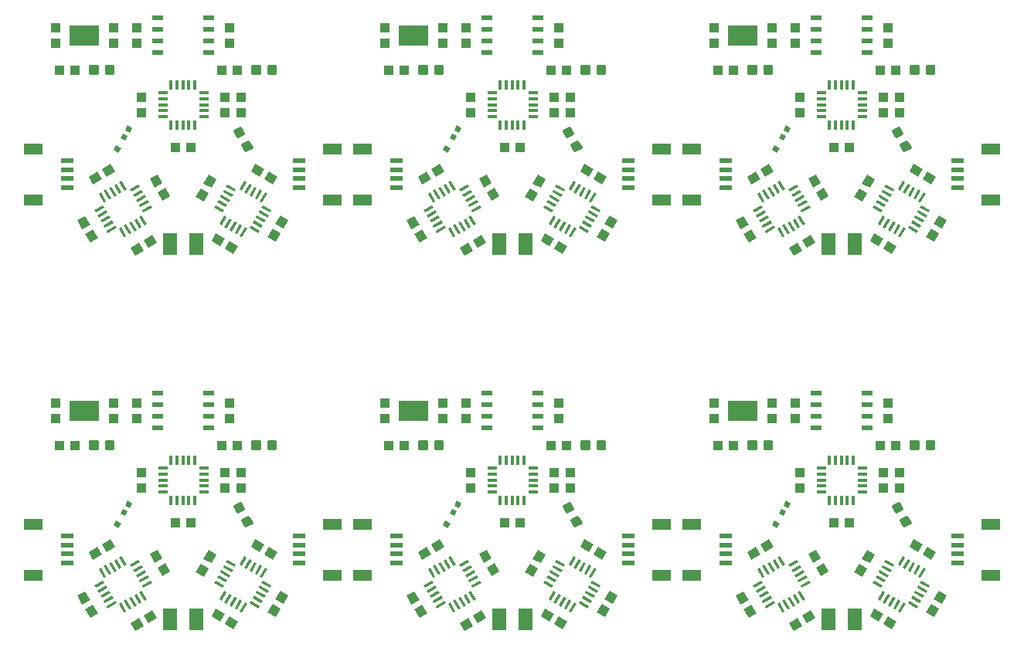
<source format=gtp>
G75*
%MOIN*%
%OFA0B0*%
%FSLAX25Y25*%
%IPPOS*%
%LPD*%
%AMOC8*
5,1,8,0,0,1.08239X$1,22.5*
%
%ADD10R,0.04331X0.03937*%
%ADD11R,0.13000X0.08800*%
%ADD12R,0.01181X0.04331*%
%ADD13R,0.04331X0.01181*%
%ADD14R,0.03937X0.04331*%
%ADD15R,0.04724X0.02362*%
%ADD16R,0.07874X0.04724*%
%ADD17R,0.05315X0.02362*%
%ADD18C,0.01181*%
%ADD19R,0.02362X0.02362*%
%ADD20R,0.06299X0.09449*%
D10*
G36*
X0061782Y0076604D02*
X0065530Y0078769D01*
X0067498Y0075362D01*
X0063750Y0073197D01*
X0061782Y0076604D01*
G37*
G36*
X0067579Y0079950D02*
X0071327Y0082115D01*
X0073295Y0078708D01*
X0069547Y0076543D01*
X0067579Y0079950D01*
G37*
G36*
X0076835Y0102543D02*
X0079000Y0098795D01*
X0075593Y0096827D01*
X0073428Y0100575D01*
X0076835Y0102543D01*
G37*
G36*
X0073488Y0108339D02*
X0075653Y0104591D01*
X0072246Y0102623D01*
X0070081Y0106371D01*
X0073488Y0108339D01*
G37*
X0081154Y0119833D03*
X0087846Y0119833D03*
G36*
X0093387Y0104342D02*
X0095552Y0108090D01*
X0098959Y0106122D01*
X0096794Y0102374D01*
X0093387Y0104342D01*
G37*
G36*
X0090041Y0098545D02*
X0092206Y0102293D01*
X0095613Y0100325D01*
X0093448Y0096577D01*
X0090041Y0098545D01*
G37*
G36*
X0100492Y0077221D02*
X0096744Y0079386D01*
X0098712Y0082793D01*
X0102460Y0080628D01*
X0100492Y0077221D01*
G37*
G36*
X0106288Y0073874D02*
X0102540Y0076039D01*
X0104508Y0079446D01*
X0108256Y0077281D01*
X0106288Y0073874D01*
G37*
G36*
X0121041Y0081045D02*
X0123206Y0084793D01*
X0126613Y0082825D01*
X0124448Y0079077D01*
X0121041Y0081045D01*
G37*
G36*
X0124387Y0086841D02*
X0126552Y0090589D01*
X0129959Y0088621D01*
X0127794Y0084873D01*
X0124387Y0086841D01*
G37*
G36*
X0123288Y0103874D02*
X0119540Y0106039D01*
X0121508Y0109446D01*
X0125256Y0107281D01*
X0123288Y0103874D01*
G37*
G36*
X0117492Y0107221D02*
X0113744Y0109386D01*
X0115712Y0112793D01*
X0119460Y0110628D01*
X0117492Y0107221D01*
G37*
X0107846Y0153333D03*
X0101154Y0153333D03*
G36*
X0049540Y0110628D02*
X0053288Y0112793D01*
X0055256Y0109386D01*
X0051508Y0107221D01*
X0049540Y0110628D01*
G37*
G36*
X0043744Y0107281D02*
X0047492Y0109446D01*
X0049460Y0106039D01*
X0045712Y0103874D01*
X0043744Y0107281D01*
G37*
G36*
X0042312Y0090339D02*
X0044477Y0086591D01*
X0041070Y0084623D01*
X0038905Y0088371D01*
X0042312Y0090339D01*
G37*
G36*
X0045658Y0084543D02*
X0047823Y0080795D01*
X0044416Y0078827D01*
X0042251Y0082575D01*
X0045658Y0084543D01*
G37*
X0037846Y0153333D03*
X0031154Y0153333D03*
G36*
X0061782Y0238604D02*
X0065530Y0240769D01*
X0067498Y0237362D01*
X0063750Y0235197D01*
X0061782Y0238604D01*
G37*
G36*
X0067579Y0241950D02*
X0071327Y0244115D01*
X0073295Y0240708D01*
X0069547Y0238543D01*
X0067579Y0241950D01*
G37*
G36*
X0076835Y0264543D02*
X0079000Y0260795D01*
X0075593Y0258827D01*
X0073428Y0262575D01*
X0076835Y0264543D01*
G37*
G36*
X0073488Y0270339D02*
X0075653Y0266591D01*
X0072246Y0264623D01*
X0070081Y0268371D01*
X0073488Y0270339D01*
G37*
X0081154Y0281833D03*
X0087846Y0281833D03*
G36*
X0093387Y0266342D02*
X0095552Y0270090D01*
X0098959Y0268122D01*
X0096794Y0264374D01*
X0093387Y0266342D01*
G37*
G36*
X0090041Y0260545D02*
X0092206Y0264293D01*
X0095613Y0262325D01*
X0093448Y0258577D01*
X0090041Y0260545D01*
G37*
G36*
X0100492Y0239221D02*
X0096744Y0241386D01*
X0098712Y0244793D01*
X0102460Y0242628D01*
X0100492Y0239221D01*
G37*
G36*
X0106288Y0235874D02*
X0102540Y0238039D01*
X0104508Y0241446D01*
X0108256Y0239281D01*
X0106288Y0235874D01*
G37*
G36*
X0121041Y0243045D02*
X0123206Y0246793D01*
X0126613Y0244825D01*
X0124448Y0241077D01*
X0121041Y0243045D01*
G37*
G36*
X0124387Y0248841D02*
X0126552Y0252589D01*
X0129959Y0250621D01*
X0127794Y0246873D01*
X0124387Y0248841D01*
G37*
G36*
X0123288Y0265874D02*
X0119540Y0268039D01*
X0121508Y0271446D01*
X0125256Y0269281D01*
X0123288Y0265874D01*
G37*
G36*
X0117492Y0269221D02*
X0113744Y0271386D01*
X0115712Y0274793D01*
X0119460Y0272628D01*
X0117492Y0269221D01*
G37*
X0107846Y0315333D03*
X0101154Y0315333D03*
G36*
X0049540Y0272628D02*
X0053288Y0274793D01*
X0055256Y0271386D01*
X0051508Y0269221D01*
X0049540Y0272628D01*
G37*
G36*
X0043744Y0269281D02*
X0047492Y0271446D01*
X0049460Y0268039D01*
X0045712Y0265874D01*
X0043744Y0269281D01*
G37*
G36*
X0042312Y0252339D02*
X0044477Y0248591D01*
X0041070Y0246623D01*
X0038905Y0250371D01*
X0042312Y0252339D01*
G37*
G36*
X0045658Y0246543D02*
X0047823Y0242795D01*
X0044416Y0240827D01*
X0042251Y0244575D01*
X0045658Y0246543D01*
G37*
X0037846Y0315333D03*
X0031154Y0315333D03*
X0173154Y0315333D03*
X0179846Y0315333D03*
G36*
X0191540Y0272628D02*
X0195288Y0274793D01*
X0197256Y0271386D01*
X0193508Y0269221D01*
X0191540Y0272628D01*
G37*
G36*
X0185744Y0269281D02*
X0189492Y0271446D01*
X0191460Y0268039D01*
X0187712Y0265874D01*
X0185744Y0269281D01*
G37*
G36*
X0184312Y0252339D02*
X0186477Y0248591D01*
X0183070Y0246623D01*
X0180905Y0250371D01*
X0184312Y0252339D01*
G37*
G36*
X0187658Y0246543D02*
X0189823Y0242795D01*
X0186416Y0240827D01*
X0184251Y0244575D01*
X0187658Y0246543D01*
G37*
G36*
X0203782Y0238604D02*
X0207530Y0240769D01*
X0209498Y0237362D01*
X0205750Y0235197D01*
X0203782Y0238604D01*
G37*
G36*
X0209579Y0241950D02*
X0213327Y0244115D01*
X0215295Y0240708D01*
X0211547Y0238543D01*
X0209579Y0241950D01*
G37*
G36*
X0218835Y0264543D02*
X0221000Y0260795D01*
X0217593Y0258827D01*
X0215428Y0262575D01*
X0218835Y0264543D01*
G37*
G36*
X0215488Y0270339D02*
X0217653Y0266591D01*
X0214246Y0264623D01*
X0212081Y0268371D01*
X0215488Y0270339D01*
G37*
X0223154Y0281833D03*
X0229846Y0281833D03*
G36*
X0235387Y0266342D02*
X0237552Y0270090D01*
X0240959Y0268122D01*
X0238794Y0264374D01*
X0235387Y0266342D01*
G37*
G36*
X0232041Y0260545D02*
X0234206Y0264293D01*
X0237613Y0262325D01*
X0235448Y0258577D01*
X0232041Y0260545D01*
G37*
G36*
X0242492Y0239221D02*
X0238744Y0241386D01*
X0240712Y0244793D01*
X0244460Y0242628D01*
X0242492Y0239221D01*
G37*
G36*
X0248288Y0235874D02*
X0244540Y0238039D01*
X0246508Y0241446D01*
X0250256Y0239281D01*
X0248288Y0235874D01*
G37*
G36*
X0263041Y0243045D02*
X0265206Y0246793D01*
X0268613Y0244825D01*
X0266448Y0241077D01*
X0263041Y0243045D01*
G37*
G36*
X0266387Y0248841D02*
X0268552Y0252589D01*
X0271959Y0250621D01*
X0269794Y0246873D01*
X0266387Y0248841D01*
G37*
G36*
X0265288Y0265874D02*
X0261540Y0268039D01*
X0263508Y0271446D01*
X0267256Y0269281D01*
X0265288Y0265874D01*
G37*
G36*
X0259492Y0269221D02*
X0255744Y0271386D01*
X0257712Y0274793D01*
X0261460Y0272628D01*
X0259492Y0269221D01*
G37*
X0249846Y0315333D03*
X0243154Y0315333D03*
X0315154Y0315333D03*
X0321846Y0315333D03*
X0365154Y0281833D03*
X0371846Y0281833D03*
G36*
X0377387Y0266342D02*
X0379552Y0270090D01*
X0382959Y0268122D01*
X0380794Y0264374D01*
X0377387Y0266342D01*
G37*
G36*
X0374041Y0260545D02*
X0376206Y0264293D01*
X0379613Y0262325D01*
X0377448Y0258577D01*
X0374041Y0260545D01*
G37*
G36*
X0360835Y0264543D02*
X0363000Y0260795D01*
X0359593Y0258827D01*
X0357428Y0262575D01*
X0360835Y0264543D01*
G37*
G36*
X0357488Y0270339D02*
X0359653Y0266591D01*
X0356246Y0264623D01*
X0354081Y0268371D01*
X0357488Y0270339D01*
G37*
G36*
X0333540Y0272628D02*
X0337288Y0274793D01*
X0339256Y0271386D01*
X0335508Y0269221D01*
X0333540Y0272628D01*
G37*
G36*
X0327744Y0269281D02*
X0331492Y0271446D01*
X0333460Y0268039D01*
X0329712Y0265874D01*
X0327744Y0269281D01*
G37*
G36*
X0326312Y0252339D02*
X0328477Y0248591D01*
X0325070Y0246623D01*
X0322905Y0250371D01*
X0326312Y0252339D01*
G37*
G36*
X0329658Y0246543D02*
X0331823Y0242795D01*
X0328416Y0240827D01*
X0326251Y0244575D01*
X0329658Y0246543D01*
G37*
G36*
X0345782Y0238604D02*
X0349530Y0240769D01*
X0351498Y0237362D01*
X0347750Y0235197D01*
X0345782Y0238604D01*
G37*
G36*
X0351579Y0241950D02*
X0355327Y0244115D01*
X0357295Y0240708D01*
X0353547Y0238543D01*
X0351579Y0241950D01*
G37*
G36*
X0384492Y0239221D02*
X0380744Y0241386D01*
X0382712Y0244793D01*
X0386460Y0242628D01*
X0384492Y0239221D01*
G37*
G36*
X0390288Y0235874D02*
X0386540Y0238039D01*
X0388508Y0241446D01*
X0392256Y0239281D01*
X0390288Y0235874D01*
G37*
G36*
X0405041Y0243045D02*
X0407206Y0246793D01*
X0410613Y0244825D01*
X0408448Y0241077D01*
X0405041Y0243045D01*
G37*
G36*
X0408387Y0248841D02*
X0410552Y0252589D01*
X0413959Y0250621D01*
X0411794Y0246873D01*
X0408387Y0248841D01*
G37*
G36*
X0407288Y0265874D02*
X0403540Y0268039D01*
X0405508Y0271446D01*
X0409256Y0269281D01*
X0407288Y0265874D01*
G37*
G36*
X0401492Y0269221D02*
X0397744Y0271386D01*
X0399712Y0274793D01*
X0403460Y0272628D01*
X0401492Y0269221D01*
G37*
X0391846Y0315333D03*
X0385154Y0315333D03*
X0385154Y0153333D03*
X0391846Y0153333D03*
X0371846Y0119833D03*
X0365154Y0119833D03*
G36*
X0357488Y0108339D02*
X0359653Y0104591D01*
X0356246Y0102623D01*
X0354081Y0106371D01*
X0357488Y0108339D01*
G37*
G36*
X0360835Y0102543D02*
X0363000Y0098795D01*
X0359593Y0096827D01*
X0357428Y0100575D01*
X0360835Y0102543D01*
G37*
G36*
X0374041Y0098545D02*
X0376206Y0102293D01*
X0379613Y0100325D01*
X0377448Y0096577D01*
X0374041Y0098545D01*
G37*
G36*
X0377387Y0104342D02*
X0379552Y0108090D01*
X0382959Y0106122D01*
X0380794Y0102374D01*
X0377387Y0104342D01*
G37*
G36*
X0401492Y0107221D02*
X0397744Y0109386D01*
X0399712Y0112793D01*
X0403460Y0110628D01*
X0401492Y0107221D01*
G37*
G36*
X0407288Y0103874D02*
X0403540Y0106039D01*
X0405508Y0109446D01*
X0409256Y0107281D01*
X0407288Y0103874D01*
G37*
G36*
X0408387Y0086841D02*
X0410552Y0090589D01*
X0413959Y0088621D01*
X0411794Y0084873D01*
X0408387Y0086841D01*
G37*
G36*
X0405041Y0081045D02*
X0407206Y0084793D01*
X0410613Y0082825D01*
X0408448Y0079077D01*
X0405041Y0081045D01*
G37*
G36*
X0390288Y0073874D02*
X0386540Y0076039D01*
X0388508Y0079446D01*
X0392256Y0077281D01*
X0390288Y0073874D01*
G37*
G36*
X0384492Y0077221D02*
X0380744Y0079386D01*
X0382712Y0082793D01*
X0386460Y0080628D01*
X0384492Y0077221D01*
G37*
G36*
X0351579Y0079950D02*
X0355327Y0082115D01*
X0357295Y0078708D01*
X0353547Y0076543D01*
X0351579Y0079950D01*
G37*
G36*
X0345782Y0076604D02*
X0349530Y0078769D01*
X0351498Y0075362D01*
X0347750Y0073197D01*
X0345782Y0076604D01*
G37*
G36*
X0329658Y0084543D02*
X0331823Y0080795D01*
X0328416Y0078827D01*
X0326251Y0082575D01*
X0329658Y0084543D01*
G37*
G36*
X0326312Y0090339D02*
X0328477Y0086591D01*
X0325070Y0084623D01*
X0322905Y0088371D01*
X0326312Y0090339D01*
G37*
G36*
X0327744Y0107281D02*
X0331492Y0109446D01*
X0333460Y0106039D01*
X0329712Y0103874D01*
X0327744Y0107281D01*
G37*
G36*
X0333540Y0110628D02*
X0337288Y0112793D01*
X0339256Y0109386D01*
X0335508Y0107221D01*
X0333540Y0110628D01*
G37*
X0321846Y0153333D03*
X0315154Y0153333D03*
G36*
X0265288Y0103874D02*
X0261540Y0106039D01*
X0263508Y0109446D01*
X0267256Y0107281D01*
X0265288Y0103874D01*
G37*
G36*
X0259492Y0107221D02*
X0255744Y0109386D01*
X0257712Y0112793D01*
X0261460Y0110628D01*
X0259492Y0107221D01*
G37*
G36*
X0235387Y0104342D02*
X0237552Y0108090D01*
X0240959Y0106122D01*
X0238794Y0102374D01*
X0235387Y0104342D01*
G37*
G36*
X0232041Y0098545D02*
X0234206Y0102293D01*
X0237613Y0100325D01*
X0235448Y0096577D01*
X0232041Y0098545D01*
G37*
G36*
X0218835Y0102543D02*
X0221000Y0098795D01*
X0217593Y0096827D01*
X0215428Y0100575D01*
X0218835Y0102543D01*
G37*
G36*
X0215488Y0108339D02*
X0217653Y0104591D01*
X0214246Y0102623D01*
X0212081Y0106371D01*
X0215488Y0108339D01*
G37*
X0223154Y0119833D03*
X0229846Y0119833D03*
X0243154Y0153333D03*
X0249846Y0153333D03*
G36*
X0191540Y0110628D02*
X0195288Y0112793D01*
X0197256Y0109386D01*
X0193508Y0107221D01*
X0191540Y0110628D01*
G37*
G36*
X0185744Y0107281D02*
X0189492Y0109446D01*
X0191460Y0106039D01*
X0187712Y0103874D01*
X0185744Y0107281D01*
G37*
G36*
X0184312Y0090339D02*
X0186477Y0086591D01*
X0183070Y0084623D01*
X0180905Y0088371D01*
X0184312Y0090339D01*
G37*
G36*
X0187658Y0084543D02*
X0189823Y0080795D01*
X0186416Y0078827D01*
X0184251Y0082575D01*
X0187658Y0084543D01*
G37*
G36*
X0203782Y0076604D02*
X0207530Y0078769D01*
X0209498Y0075362D01*
X0205750Y0073197D01*
X0203782Y0076604D01*
G37*
G36*
X0209579Y0079950D02*
X0213327Y0082115D01*
X0215295Y0078708D01*
X0211547Y0076543D01*
X0209579Y0079950D01*
G37*
G36*
X0242492Y0077221D02*
X0238744Y0079386D01*
X0240712Y0082793D01*
X0244460Y0080628D01*
X0242492Y0077221D01*
G37*
G36*
X0248288Y0073874D02*
X0244540Y0076039D01*
X0246508Y0079446D01*
X0250256Y0077281D01*
X0248288Y0073874D01*
G37*
G36*
X0263041Y0081045D02*
X0265206Y0084793D01*
X0268613Y0082825D01*
X0266448Y0079077D01*
X0263041Y0081045D01*
G37*
G36*
X0266387Y0086841D02*
X0268552Y0090589D01*
X0271959Y0088621D01*
X0269794Y0084873D01*
X0266387Y0086841D01*
G37*
X0179846Y0153333D03*
X0173154Y0153333D03*
D11*
X0184000Y0168333D03*
X0042000Y0168333D03*
X0042000Y0330333D03*
X0184000Y0330333D03*
X0326000Y0330333D03*
X0326000Y0168333D03*
D12*
X0363382Y0146995D03*
X0365941Y0146995D03*
X0368500Y0146995D03*
X0371059Y0146995D03*
X0373618Y0146995D03*
X0373618Y0129672D03*
X0371059Y0129672D03*
X0368500Y0129672D03*
X0365941Y0129672D03*
X0363382Y0129672D03*
G36*
X0346224Y0100700D02*
X0345634Y0101722D01*
X0349382Y0103886D01*
X0349972Y0102864D01*
X0346224Y0100700D01*
G37*
G36*
X0347504Y0098484D02*
X0346914Y0099506D01*
X0350662Y0101670D01*
X0351252Y0100648D01*
X0347504Y0098484D01*
G37*
G36*
X0348783Y0096268D02*
X0348193Y0097290D01*
X0351941Y0099454D01*
X0352531Y0098432D01*
X0348783Y0096268D01*
G37*
G36*
X0350063Y0094052D02*
X0349473Y0095074D01*
X0353221Y0097238D01*
X0353811Y0096216D01*
X0350063Y0094052D01*
G37*
G36*
X0351342Y0091836D02*
X0350752Y0092858D01*
X0354500Y0095022D01*
X0355090Y0094000D01*
X0351342Y0091836D01*
G37*
G36*
X0349690Y0089970D02*
X0350712Y0090560D01*
X0352876Y0086812D01*
X0351854Y0086222D01*
X0349690Y0089970D01*
G37*
G36*
X0347474Y0088691D02*
X0348496Y0089281D01*
X0350660Y0085533D01*
X0349638Y0084943D01*
X0347474Y0088691D01*
G37*
G36*
X0345258Y0087411D02*
X0346280Y0088001D01*
X0348444Y0084253D01*
X0347422Y0083663D01*
X0345258Y0087411D01*
G37*
G36*
X0343042Y0086132D02*
X0344064Y0086722D01*
X0346228Y0082974D01*
X0345206Y0082384D01*
X0343042Y0086132D01*
G37*
G36*
X0340825Y0084852D02*
X0341847Y0085442D01*
X0344011Y0081694D01*
X0342989Y0081104D01*
X0340825Y0084852D01*
G37*
G36*
X0339157Y0086163D02*
X0339747Y0085141D01*
X0335999Y0082977D01*
X0335409Y0083999D01*
X0339157Y0086163D01*
G37*
G36*
X0337878Y0088380D02*
X0338468Y0087358D01*
X0334720Y0085194D01*
X0334130Y0086216D01*
X0337878Y0088380D01*
G37*
G36*
X0336598Y0090596D02*
X0337188Y0089574D01*
X0333440Y0087410D01*
X0332850Y0088432D01*
X0336598Y0090596D01*
G37*
G36*
X0335319Y0092812D02*
X0335909Y0091790D01*
X0332161Y0089626D01*
X0331571Y0090648D01*
X0335319Y0092812D01*
G37*
G36*
X0334039Y0095028D02*
X0334629Y0094006D01*
X0330881Y0091842D01*
X0330291Y0092864D01*
X0334039Y0095028D01*
G37*
G36*
X0335350Y0096696D02*
X0334328Y0096106D01*
X0332164Y0099854D01*
X0333186Y0100444D01*
X0335350Y0096696D01*
G37*
G36*
X0337566Y0097976D02*
X0336544Y0097386D01*
X0334380Y0101134D01*
X0335402Y0101724D01*
X0337566Y0097976D01*
G37*
G36*
X0339782Y0099255D02*
X0338760Y0098665D01*
X0336596Y0102413D01*
X0337618Y0103003D01*
X0339782Y0099255D01*
G37*
G36*
X0341999Y0100535D02*
X0340977Y0099945D01*
X0338813Y0103693D01*
X0339835Y0104283D01*
X0341999Y0100535D01*
G37*
G36*
X0344215Y0101815D02*
X0343193Y0101225D01*
X0341029Y0104973D01*
X0342051Y0105563D01*
X0344215Y0101815D01*
G37*
G36*
X0386248Y0092858D02*
X0385658Y0091836D01*
X0381910Y0094000D01*
X0382500Y0095022D01*
X0386248Y0092858D01*
G37*
G36*
X0387527Y0095074D02*
X0386937Y0094052D01*
X0383189Y0096216D01*
X0383779Y0097238D01*
X0387527Y0095074D01*
G37*
G36*
X0388807Y0097290D02*
X0388217Y0096268D01*
X0384469Y0098432D01*
X0385059Y0099454D01*
X0388807Y0097290D01*
G37*
G36*
X0390086Y0099506D02*
X0389496Y0098484D01*
X0385748Y0100648D01*
X0386338Y0101670D01*
X0390086Y0099506D01*
G37*
G36*
X0391366Y0101722D02*
X0390776Y0100700D01*
X0387028Y0102864D01*
X0387618Y0103886D01*
X0391366Y0101722D01*
G37*
G36*
X0393807Y0101225D02*
X0392785Y0101815D01*
X0394949Y0105563D01*
X0395971Y0104973D01*
X0393807Y0101225D01*
G37*
G36*
X0396023Y0099945D02*
X0395001Y0100535D01*
X0397165Y0104283D01*
X0398187Y0103693D01*
X0396023Y0099945D01*
G37*
G36*
X0398240Y0098665D02*
X0397218Y0099255D01*
X0399382Y0103003D01*
X0400404Y0102413D01*
X0398240Y0098665D01*
G37*
G36*
X0400456Y0097386D02*
X0399434Y0097976D01*
X0401598Y0101724D01*
X0402620Y0101134D01*
X0400456Y0097386D01*
G37*
G36*
X0402672Y0096106D02*
X0401650Y0096696D01*
X0403814Y0100444D01*
X0404836Y0099854D01*
X0402672Y0096106D01*
G37*
G36*
X0402371Y0094006D02*
X0402961Y0095028D01*
X0406709Y0092864D01*
X0406119Y0091842D01*
X0402371Y0094006D01*
G37*
G36*
X0401091Y0091790D02*
X0401681Y0092812D01*
X0405429Y0090648D01*
X0404839Y0089626D01*
X0401091Y0091790D01*
G37*
G36*
X0399812Y0089574D02*
X0400402Y0090596D01*
X0404150Y0088432D01*
X0403560Y0087410D01*
X0399812Y0089574D01*
G37*
G36*
X0398532Y0087358D02*
X0399122Y0088380D01*
X0402870Y0086216D01*
X0402280Y0085194D01*
X0398532Y0087358D01*
G37*
G36*
X0397253Y0085141D02*
X0397843Y0086163D01*
X0401591Y0083999D01*
X0401001Y0082977D01*
X0397253Y0085141D01*
G37*
G36*
X0395153Y0085442D02*
X0396175Y0084852D01*
X0394011Y0081104D01*
X0392989Y0081694D01*
X0395153Y0085442D01*
G37*
G36*
X0392936Y0086722D02*
X0393958Y0086132D01*
X0391794Y0082384D01*
X0390772Y0082974D01*
X0392936Y0086722D01*
G37*
G36*
X0390720Y0088001D02*
X0391742Y0087411D01*
X0389578Y0083663D01*
X0388556Y0084253D01*
X0390720Y0088001D01*
G37*
G36*
X0388504Y0089281D02*
X0389526Y0088691D01*
X0387362Y0084943D01*
X0386340Y0085533D01*
X0388504Y0089281D01*
G37*
G36*
X0386288Y0090561D02*
X0387310Y0089971D01*
X0385146Y0086223D01*
X0384124Y0086813D01*
X0386288Y0090561D01*
G37*
G36*
X0260371Y0094006D02*
X0260961Y0095028D01*
X0264709Y0092864D01*
X0264119Y0091842D01*
X0260371Y0094006D01*
G37*
G36*
X0259091Y0091790D02*
X0259681Y0092812D01*
X0263429Y0090648D01*
X0262839Y0089626D01*
X0259091Y0091790D01*
G37*
G36*
X0257812Y0089574D02*
X0258402Y0090596D01*
X0262150Y0088432D01*
X0261560Y0087410D01*
X0257812Y0089574D01*
G37*
G36*
X0256532Y0087358D02*
X0257122Y0088380D01*
X0260870Y0086216D01*
X0260280Y0085194D01*
X0256532Y0087358D01*
G37*
G36*
X0255253Y0085141D02*
X0255843Y0086163D01*
X0259591Y0083999D01*
X0259001Y0082977D01*
X0255253Y0085141D01*
G37*
G36*
X0253153Y0085442D02*
X0254175Y0084852D01*
X0252011Y0081104D01*
X0250989Y0081694D01*
X0253153Y0085442D01*
G37*
G36*
X0250936Y0086722D02*
X0251958Y0086132D01*
X0249794Y0082384D01*
X0248772Y0082974D01*
X0250936Y0086722D01*
G37*
G36*
X0248720Y0088001D02*
X0249742Y0087411D01*
X0247578Y0083663D01*
X0246556Y0084253D01*
X0248720Y0088001D01*
G37*
G36*
X0246504Y0089281D02*
X0247526Y0088691D01*
X0245362Y0084943D01*
X0244340Y0085533D01*
X0246504Y0089281D01*
G37*
G36*
X0244288Y0090561D02*
X0245310Y0089971D01*
X0243146Y0086223D01*
X0242124Y0086813D01*
X0244288Y0090561D01*
G37*
G36*
X0244248Y0092858D02*
X0243658Y0091836D01*
X0239910Y0094000D01*
X0240500Y0095022D01*
X0244248Y0092858D01*
G37*
G36*
X0245527Y0095074D02*
X0244937Y0094052D01*
X0241189Y0096216D01*
X0241779Y0097238D01*
X0245527Y0095074D01*
G37*
G36*
X0246807Y0097290D02*
X0246217Y0096268D01*
X0242469Y0098432D01*
X0243059Y0099454D01*
X0246807Y0097290D01*
G37*
G36*
X0248086Y0099506D02*
X0247496Y0098484D01*
X0243748Y0100648D01*
X0244338Y0101670D01*
X0248086Y0099506D01*
G37*
G36*
X0249366Y0101722D02*
X0248776Y0100700D01*
X0245028Y0102864D01*
X0245618Y0103886D01*
X0249366Y0101722D01*
G37*
G36*
X0251807Y0101225D02*
X0250785Y0101815D01*
X0252949Y0105563D01*
X0253971Y0104973D01*
X0251807Y0101225D01*
G37*
G36*
X0254023Y0099945D02*
X0253001Y0100535D01*
X0255165Y0104283D01*
X0256187Y0103693D01*
X0254023Y0099945D01*
G37*
G36*
X0256240Y0098665D02*
X0255218Y0099255D01*
X0257382Y0103003D01*
X0258404Y0102413D01*
X0256240Y0098665D01*
G37*
G36*
X0258456Y0097386D02*
X0257434Y0097976D01*
X0259598Y0101724D01*
X0260620Y0101134D01*
X0258456Y0097386D01*
G37*
G36*
X0260672Y0096106D02*
X0259650Y0096696D01*
X0261814Y0100444D01*
X0262836Y0099854D01*
X0260672Y0096106D01*
G37*
X0231618Y0129672D03*
X0229059Y0129672D03*
X0226500Y0129672D03*
X0223941Y0129672D03*
X0221382Y0129672D03*
X0221382Y0146995D03*
X0223941Y0146995D03*
X0226500Y0146995D03*
X0229059Y0146995D03*
X0231618Y0146995D03*
G36*
X0204224Y0100700D02*
X0203634Y0101722D01*
X0207382Y0103886D01*
X0207972Y0102864D01*
X0204224Y0100700D01*
G37*
G36*
X0205504Y0098484D02*
X0204914Y0099506D01*
X0208662Y0101670D01*
X0209252Y0100648D01*
X0205504Y0098484D01*
G37*
G36*
X0206783Y0096268D02*
X0206193Y0097290D01*
X0209941Y0099454D01*
X0210531Y0098432D01*
X0206783Y0096268D01*
G37*
G36*
X0208063Y0094052D02*
X0207473Y0095074D01*
X0211221Y0097238D01*
X0211811Y0096216D01*
X0208063Y0094052D01*
G37*
G36*
X0209342Y0091836D02*
X0208752Y0092858D01*
X0212500Y0095022D01*
X0213090Y0094000D01*
X0209342Y0091836D01*
G37*
G36*
X0207690Y0089970D02*
X0208712Y0090560D01*
X0210876Y0086812D01*
X0209854Y0086222D01*
X0207690Y0089970D01*
G37*
G36*
X0205474Y0088691D02*
X0206496Y0089281D01*
X0208660Y0085533D01*
X0207638Y0084943D01*
X0205474Y0088691D01*
G37*
G36*
X0203258Y0087411D02*
X0204280Y0088001D01*
X0206444Y0084253D01*
X0205422Y0083663D01*
X0203258Y0087411D01*
G37*
G36*
X0201042Y0086132D02*
X0202064Y0086722D01*
X0204228Y0082974D01*
X0203206Y0082384D01*
X0201042Y0086132D01*
G37*
G36*
X0198825Y0084852D02*
X0199847Y0085442D01*
X0202011Y0081694D01*
X0200989Y0081104D01*
X0198825Y0084852D01*
G37*
G36*
X0197157Y0086163D02*
X0197747Y0085141D01*
X0193999Y0082977D01*
X0193409Y0083999D01*
X0197157Y0086163D01*
G37*
G36*
X0195878Y0088380D02*
X0196468Y0087358D01*
X0192720Y0085194D01*
X0192130Y0086216D01*
X0195878Y0088380D01*
G37*
G36*
X0194598Y0090596D02*
X0195188Y0089574D01*
X0191440Y0087410D01*
X0190850Y0088432D01*
X0194598Y0090596D01*
G37*
G36*
X0193319Y0092812D02*
X0193909Y0091790D01*
X0190161Y0089626D01*
X0189571Y0090648D01*
X0193319Y0092812D01*
G37*
G36*
X0192039Y0095028D02*
X0192629Y0094006D01*
X0188881Y0091842D01*
X0188291Y0092864D01*
X0192039Y0095028D01*
G37*
G36*
X0193350Y0096696D02*
X0192328Y0096106D01*
X0190164Y0099854D01*
X0191186Y0100444D01*
X0193350Y0096696D01*
G37*
G36*
X0195566Y0097976D02*
X0194544Y0097386D01*
X0192380Y0101134D01*
X0193402Y0101724D01*
X0195566Y0097976D01*
G37*
G36*
X0197782Y0099255D02*
X0196760Y0098665D01*
X0194596Y0102413D01*
X0195618Y0103003D01*
X0197782Y0099255D01*
G37*
G36*
X0199999Y0100535D02*
X0198977Y0099945D01*
X0196813Y0103693D01*
X0197835Y0104283D01*
X0199999Y0100535D01*
G37*
G36*
X0202215Y0101815D02*
X0201193Y0101225D01*
X0199029Y0104973D01*
X0200051Y0105563D01*
X0202215Y0101815D01*
G37*
G36*
X0118371Y0094006D02*
X0118961Y0095028D01*
X0122709Y0092864D01*
X0122119Y0091842D01*
X0118371Y0094006D01*
G37*
G36*
X0117091Y0091790D02*
X0117681Y0092812D01*
X0121429Y0090648D01*
X0120839Y0089626D01*
X0117091Y0091790D01*
G37*
G36*
X0115812Y0089574D02*
X0116402Y0090596D01*
X0120150Y0088432D01*
X0119560Y0087410D01*
X0115812Y0089574D01*
G37*
G36*
X0114532Y0087358D02*
X0115122Y0088380D01*
X0118870Y0086216D01*
X0118280Y0085194D01*
X0114532Y0087358D01*
G37*
G36*
X0113253Y0085141D02*
X0113843Y0086163D01*
X0117591Y0083999D01*
X0117001Y0082977D01*
X0113253Y0085141D01*
G37*
G36*
X0111153Y0085442D02*
X0112175Y0084852D01*
X0110011Y0081104D01*
X0108989Y0081694D01*
X0111153Y0085442D01*
G37*
G36*
X0108936Y0086722D02*
X0109958Y0086132D01*
X0107794Y0082384D01*
X0106772Y0082974D01*
X0108936Y0086722D01*
G37*
G36*
X0106720Y0088001D02*
X0107742Y0087411D01*
X0105578Y0083663D01*
X0104556Y0084253D01*
X0106720Y0088001D01*
G37*
G36*
X0104504Y0089281D02*
X0105526Y0088691D01*
X0103362Y0084943D01*
X0102340Y0085533D01*
X0104504Y0089281D01*
G37*
G36*
X0102288Y0090561D02*
X0103310Y0089971D01*
X0101146Y0086223D01*
X0100124Y0086813D01*
X0102288Y0090561D01*
G37*
G36*
X0102248Y0092858D02*
X0101658Y0091836D01*
X0097910Y0094000D01*
X0098500Y0095022D01*
X0102248Y0092858D01*
G37*
G36*
X0103527Y0095074D02*
X0102937Y0094052D01*
X0099189Y0096216D01*
X0099779Y0097238D01*
X0103527Y0095074D01*
G37*
G36*
X0104807Y0097290D02*
X0104217Y0096268D01*
X0100469Y0098432D01*
X0101059Y0099454D01*
X0104807Y0097290D01*
G37*
G36*
X0106086Y0099506D02*
X0105496Y0098484D01*
X0101748Y0100648D01*
X0102338Y0101670D01*
X0106086Y0099506D01*
G37*
G36*
X0107366Y0101722D02*
X0106776Y0100700D01*
X0103028Y0102864D01*
X0103618Y0103886D01*
X0107366Y0101722D01*
G37*
G36*
X0109807Y0101225D02*
X0108785Y0101815D01*
X0110949Y0105563D01*
X0111971Y0104973D01*
X0109807Y0101225D01*
G37*
G36*
X0112023Y0099945D02*
X0111001Y0100535D01*
X0113165Y0104283D01*
X0114187Y0103693D01*
X0112023Y0099945D01*
G37*
G36*
X0114240Y0098665D02*
X0113218Y0099255D01*
X0115382Y0103003D01*
X0116404Y0102413D01*
X0114240Y0098665D01*
G37*
G36*
X0116456Y0097386D02*
X0115434Y0097976D01*
X0117598Y0101724D01*
X0118620Y0101134D01*
X0116456Y0097386D01*
G37*
G36*
X0118672Y0096106D02*
X0117650Y0096696D01*
X0119814Y0100444D01*
X0120836Y0099854D01*
X0118672Y0096106D01*
G37*
X0089618Y0129672D03*
X0087059Y0129672D03*
X0084500Y0129672D03*
X0081941Y0129672D03*
X0079382Y0129672D03*
X0079382Y0146995D03*
X0081941Y0146995D03*
X0084500Y0146995D03*
X0087059Y0146995D03*
X0089618Y0146995D03*
G36*
X0062224Y0100700D02*
X0061634Y0101722D01*
X0065382Y0103886D01*
X0065972Y0102864D01*
X0062224Y0100700D01*
G37*
G36*
X0063504Y0098484D02*
X0062914Y0099506D01*
X0066662Y0101670D01*
X0067252Y0100648D01*
X0063504Y0098484D01*
G37*
G36*
X0064783Y0096268D02*
X0064193Y0097290D01*
X0067941Y0099454D01*
X0068531Y0098432D01*
X0064783Y0096268D01*
G37*
G36*
X0066063Y0094052D02*
X0065473Y0095074D01*
X0069221Y0097238D01*
X0069811Y0096216D01*
X0066063Y0094052D01*
G37*
G36*
X0067342Y0091836D02*
X0066752Y0092858D01*
X0070500Y0095022D01*
X0071090Y0094000D01*
X0067342Y0091836D01*
G37*
G36*
X0065690Y0089970D02*
X0066712Y0090560D01*
X0068876Y0086812D01*
X0067854Y0086222D01*
X0065690Y0089970D01*
G37*
G36*
X0063474Y0088691D02*
X0064496Y0089281D01*
X0066660Y0085533D01*
X0065638Y0084943D01*
X0063474Y0088691D01*
G37*
G36*
X0061258Y0087411D02*
X0062280Y0088001D01*
X0064444Y0084253D01*
X0063422Y0083663D01*
X0061258Y0087411D01*
G37*
G36*
X0059042Y0086132D02*
X0060064Y0086722D01*
X0062228Y0082974D01*
X0061206Y0082384D01*
X0059042Y0086132D01*
G37*
G36*
X0056825Y0084852D02*
X0057847Y0085442D01*
X0060011Y0081694D01*
X0058989Y0081104D01*
X0056825Y0084852D01*
G37*
G36*
X0055157Y0086163D02*
X0055747Y0085141D01*
X0051999Y0082977D01*
X0051409Y0083999D01*
X0055157Y0086163D01*
G37*
G36*
X0053878Y0088380D02*
X0054468Y0087358D01*
X0050720Y0085194D01*
X0050130Y0086216D01*
X0053878Y0088380D01*
G37*
G36*
X0052598Y0090596D02*
X0053188Y0089574D01*
X0049440Y0087410D01*
X0048850Y0088432D01*
X0052598Y0090596D01*
G37*
G36*
X0051319Y0092812D02*
X0051909Y0091790D01*
X0048161Y0089626D01*
X0047571Y0090648D01*
X0051319Y0092812D01*
G37*
G36*
X0050039Y0095028D02*
X0050629Y0094006D01*
X0046881Y0091842D01*
X0046291Y0092864D01*
X0050039Y0095028D01*
G37*
G36*
X0051350Y0096696D02*
X0050328Y0096106D01*
X0048164Y0099854D01*
X0049186Y0100444D01*
X0051350Y0096696D01*
G37*
G36*
X0053566Y0097976D02*
X0052544Y0097386D01*
X0050380Y0101134D01*
X0051402Y0101724D01*
X0053566Y0097976D01*
G37*
G36*
X0055782Y0099255D02*
X0054760Y0098665D01*
X0052596Y0102413D01*
X0053618Y0103003D01*
X0055782Y0099255D01*
G37*
G36*
X0057999Y0100535D02*
X0056977Y0099945D01*
X0054813Y0103693D01*
X0055835Y0104283D01*
X0057999Y0100535D01*
G37*
G36*
X0060215Y0101815D02*
X0059193Y0101225D01*
X0057029Y0104973D01*
X0058051Y0105563D01*
X0060215Y0101815D01*
G37*
G36*
X0056825Y0246852D02*
X0057847Y0247442D01*
X0060011Y0243694D01*
X0058989Y0243104D01*
X0056825Y0246852D01*
G37*
G36*
X0055157Y0248163D02*
X0055747Y0247141D01*
X0051999Y0244977D01*
X0051409Y0245999D01*
X0055157Y0248163D01*
G37*
G36*
X0053878Y0250380D02*
X0054468Y0249358D01*
X0050720Y0247194D01*
X0050130Y0248216D01*
X0053878Y0250380D01*
G37*
G36*
X0052598Y0252596D02*
X0053188Y0251574D01*
X0049440Y0249410D01*
X0048850Y0250432D01*
X0052598Y0252596D01*
G37*
G36*
X0051319Y0254812D02*
X0051909Y0253790D01*
X0048161Y0251626D01*
X0047571Y0252648D01*
X0051319Y0254812D01*
G37*
G36*
X0050039Y0257028D02*
X0050629Y0256006D01*
X0046881Y0253842D01*
X0046291Y0254864D01*
X0050039Y0257028D01*
G37*
G36*
X0051350Y0258696D02*
X0050328Y0258106D01*
X0048164Y0261854D01*
X0049186Y0262444D01*
X0051350Y0258696D01*
G37*
G36*
X0053566Y0259976D02*
X0052544Y0259386D01*
X0050380Y0263134D01*
X0051402Y0263724D01*
X0053566Y0259976D01*
G37*
G36*
X0055782Y0261255D02*
X0054760Y0260665D01*
X0052596Y0264413D01*
X0053618Y0265003D01*
X0055782Y0261255D01*
G37*
G36*
X0057999Y0262535D02*
X0056977Y0261945D01*
X0054813Y0265693D01*
X0055835Y0266283D01*
X0057999Y0262535D01*
G37*
G36*
X0060215Y0263815D02*
X0059193Y0263225D01*
X0057029Y0266973D01*
X0058051Y0267563D01*
X0060215Y0263815D01*
G37*
G36*
X0062224Y0262700D02*
X0061634Y0263722D01*
X0065382Y0265886D01*
X0065972Y0264864D01*
X0062224Y0262700D01*
G37*
G36*
X0063504Y0260484D02*
X0062914Y0261506D01*
X0066662Y0263670D01*
X0067252Y0262648D01*
X0063504Y0260484D01*
G37*
G36*
X0064783Y0258268D02*
X0064193Y0259290D01*
X0067941Y0261454D01*
X0068531Y0260432D01*
X0064783Y0258268D01*
G37*
G36*
X0066063Y0256052D02*
X0065473Y0257074D01*
X0069221Y0259238D01*
X0069811Y0258216D01*
X0066063Y0256052D01*
G37*
G36*
X0067342Y0253836D02*
X0066752Y0254858D01*
X0070500Y0257022D01*
X0071090Y0256000D01*
X0067342Y0253836D01*
G37*
G36*
X0065690Y0251970D02*
X0066712Y0252560D01*
X0068876Y0248812D01*
X0067854Y0248222D01*
X0065690Y0251970D01*
G37*
G36*
X0063474Y0250691D02*
X0064496Y0251281D01*
X0066660Y0247533D01*
X0065638Y0246943D01*
X0063474Y0250691D01*
G37*
G36*
X0061258Y0249411D02*
X0062280Y0250001D01*
X0064444Y0246253D01*
X0063422Y0245663D01*
X0061258Y0249411D01*
G37*
G36*
X0059042Y0248132D02*
X0060064Y0248722D01*
X0062228Y0244974D01*
X0061206Y0244384D01*
X0059042Y0248132D01*
G37*
G36*
X0102248Y0254858D02*
X0101658Y0253836D01*
X0097910Y0256000D01*
X0098500Y0257022D01*
X0102248Y0254858D01*
G37*
G36*
X0103527Y0257074D02*
X0102937Y0256052D01*
X0099189Y0258216D01*
X0099779Y0259238D01*
X0103527Y0257074D01*
G37*
G36*
X0104807Y0259290D02*
X0104217Y0258268D01*
X0100469Y0260432D01*
X0101059Y0261454D01*
X0104807Y0259290D01*
G37*
G36*
X0106086Y0261506D02*
X0105496Y0260484D01*
X0101748Y0262648D01*
X0102338Y0263670D01*
X0106086Y0261506D01*
G37*
G36*
X0107366Y0263722D02*
X0106776Y0262700D01*
X0103028Y0264864D01*
X0103618Y0265886D01*
X0107366Y0263722D01*
G37*
G36*
X0109807Y0263225D02*
X0108785Y0263815D01*
X0110949Y0267563D01*
X0111971Y0266973D01*
X0109807Y0263225D01*
G37*
G36*
X0112023Y0261945D02*
X0111001Y0262535D01*
X0113165Y0266283D01*
X0114187Y0265693D01*
X0112023Y0261945D01*
G37*
G36*
X0114240Y0260665D02*
X0113218Y0261255D01*
X0115382Y0265003D01*
X0116404Y0264413D01*
X0114240Y0260665D01*
G37*
G36*
X0116456Y0259386D02*
X0115434Y0259976D01*
X0117598Y0263724D01*
X0118620Y0263134D01*
X0116456Y0259386D01*
G37*
G36*
X0118672Y0258106D02*
X0117650Y0258696D01*
X0119814Y0262444D01*
X0120836Y0261854D01*
X0118672Y0258106D01*
G37*
G36*
X0118371Y0256006D02*
X0118961Y0257028D01*
X0122709Y0254864D01*
X0122119Y0253842D01*
X0118371Y0256006D01*
G37*
G36*
X0117091Y0253790D02*
X0117681Y0254812D01*
X0121429Y0252648D01*
X0120839Y0251626D01*
X0117091Y0253790D01*
G37*
G36*
X0115812Y0251574D02*
X0116402Y0252596D01*
X0120150Y0250432D01*
X0119560Y0249410D01*
X0115812Y0251574D01*
G37*
G36*
X0114532Y0249358D02*
X0115122Y0250380D01*
X0118870Y0248216D01*
X0118280Y0247194D01*
X0114532Y0249358D01*
G37*
G36*
X0113253Y0247141D02*
X0113843Y0248163D01*
X0117591Y0245999D01*
X0117001Y0244977D01*
X0113253Y0247141D01*
G37*
G36*
X0111153Y0247442D02*
X0112175Y0246852D01*
X0110011Y0243104D01*
X0108989Y0243694D01*
X0111153Y0247442D01*
G37*
G36*
X0108936Y0248722D02*
X0109958Y0248132D01*
X0107794Y0244384D01*
X0106772Y0244974D01*
X0108936Y0248722D01*
G37*
G36*
X0106720Y0250001D02*
X0107742Y0249411D01*
X0105578Y0245663D01*
X0104556Y0246253D01*
X0106720Y0250001D01*
G37*
G36*
X0104504Y0251281D02*
X0105526Y0250691D01*
X0103362Y0246943D01*
X0102340Y0247533D01*
X0104504Y0251281D01*
G37*
G36*
X0102288Y0252561D02*
X0103310Y0251971D01*
X0101146Y0248223D01*
X0100124Y0248813D01*
X0102288Y0252561D01*
G37*
X0089618Y0291672D03*
X0087059Y0291672D03*
X0084500Y0291672D03*
X0081941Y0291672D03*
X0079382Y0291672D03*
X0079382Y0308995D03*
X0081941Y0308995D03*
X0084500Y0308995D03*
X0087059Y0308995D03*
X0089618Y0308995D03*
G36*
X0192039Y0257028D02*
X0192629Y0256006D01*
X0188881Y0253842D01*
X0188291Y0254864D01*
X0192039Y0257028D01*
G37*
G36*
X0193350Y0258696D02*
X0192328Y0258106D01*
X0190164Y0261854D01*
X0191186Y0262444D01*
X0193350Y0258696D01*
G37*
G36*
X0195566Y0259976D02*
X0194544Y0259386D01*
X0192380Y0263134D01*
X0193402Y0263724D01*
X0195566Y0259976D01*
G37*
G36*
X0197782Y0261255D02*
X0196760Y0260665D01*
X0194596Y0264413D01*
X0195618Y0265003D01*
X0197782Y0261255D01*
G37*
G36*
X0199999Y0262535D02*
X0198977Y0261945D01*
X0196813Y0265693D01*
X0197835Y0266283D01*
X0199999Y0262535D01*
G37*
G36*
X0202215Y0263815D02*
X0201193Y0263225D01*
X0199029Y0266973D01*
X0200051Y0267563D01*
X0202215Y0263815D01*
G37*
G36*
X0204224Y0262700D02*
X0203634Y0263722D01*
X0207382Y0265886D01*
X0207972Y0264864D01*
X0204224Y0262700D01*
G37*
G36*
X0205504Y0260484D02*
X0204914Y0261506D01*
X0208662Y0263670D01*
X0209252Y0262648D01*
X0205504Y0260484D01*
G37*
G36*
X0206783Y0258268D02*
X0206193Y0259290D01*
X0209941Y0261454D01*
X0210531Y0260432D01*
X0206783Y0258268D01*
G37*
G36*
X0208063Y0256052D02*
X0207473Y0257074D01*
X0211221Y0259238D01*
X0211811Y0258216D01*
X0208063Y0256052D01*
G37*
G36*
X0209342Y0253836D02*
X0208752Y0254858D01*
X0212500Y0257022D01*
X0213090Y0256000D01*
X0209342Y0253836D01*
G37*
G36*
X0207690Y0251970D02*
X0208712Y0252560D01*
X0210876Y0248812D01*
X0209854Y0248222D01*
X0207690Y0251970D01*
G37*
G36*
X0205474Y0250691D02*
X0206496Y0251281D01*
X0208660Y0247533D01*
X0207638Y0246943D01*
X0205474Y0250691D01*
G37*
G36*
X0203258Y0249411D02*
X0204280Y0250001D01*
X0206444Y0246253D01*
X0205422Y0245663D01*
X0203258Y0249411D01*
G37*
G36*
X0201042Y0248132D02*
X0202064Y0248722D01*
X0204228Y0244974D01*
X0203206Y0244384D01*
X0201042Y0248132D01*
G37*
G36*
X0198825Y0246852D02*
X0199847Y0247442D01*
X0202011Y0243694D01*
X0200989Y0243104D01*
X0198825Y0246852D01*
G37*
G36*
X0197157Y0248163D02*
X0197747Y0247141D01*
X0193999Y0244977D01*
X0193409Y0245999D01*
X0197157Y0248163D01*
G37*
G36*
X0195878Y0250380D02*
X0196468Y0249358D01*
X0192720Y0247194D01*
X0192130Y0248216D01*
X0195878Y0250380D01*
G37*
G36*
X0194598Y0252596D02*
X0195188Y0251574D01*
X0191440Y0249410D01*
X0190850Y0250432D01*
X0194598Y0252596D01*
G37*
G36*
X0193319Y0254812D02*
X0193909Y0253790D01*
X0190161Y0251626D01*
X0189571Y0252648D01*
X0193319Y0254812D01*
G37*
X0221382Y0291672D03*
X0223941Y0291672D03*
X0226500Y0291672D03*
X0229059Y0291672D03*
X0231618Y0291672D03*
X0231618Y0308995D03*
X0229059Y0308995D03*
X0226500Y0308995D03*
X0223941Y0308995D03*
X0221382Y0308995D03*
G36*
X0249366Y0263722D02*
X0248776Y0262700D01*
X0245028Y0264864D01*
X0245618Y0265886D01*
X0249366Y0263722D01*
G37*
G36*
X0251807Y0263225D02*
X0250785Y0263815D01*
X0252949Y0267563D01*
X0253971Y0266973D01*
X0251807Y0263225D01*
G37*
G36*
X0254023Y0261945D02*
X0253001Y0262535D01*
X0255165Y0266283D01*
X0256187Y0265693D01*
X0254023Y0261945D01*
G37*
G36*
X0256240Y0260665D02*
X0255218Y0261255D01*
X0257382Y0265003D01*
X0258404Y0264413D01*
X0256240Y0260665D01*
G37*
G36*
X0258456Y0259386D02*
X0257434Y0259976D01*
X0259598Y0263724D01*
X0260620Y0263134D01*
X0258456Y0259386D01*
G37*
G36*
X0260672Y0258106D02*
X0259650Y0258696D01*
X0261814Y0262444D01*
X0262836Y0261854D01*
X0260672Y0258106D01*
G37*
G36*
X0260371Y0256006D02*
X0260961Y0257028D01*
X0264709Y0254864D01*
X0264119Y0253842D01*
X0260371Y0256006D01*
G37*
G36*
X0259091Y0253790D02*
X0259681Y0254812D01*
X0263429Y0252648D01*
X0262839Y0251626D01*
X0259091Y0253790D01*
G37*
G36*
X0257812Y0251574D02*
X0258402Y0252596D01*
X0262150Y0250432D01*
X0261560Y0249410D01*
X0257812Y0251574D01*
G37*
G36*
X0256532Y0249358D02*
X0257122Y0250380D01*
X0260870Y0248216D01*
X0260280Y0247194D01*
X0256532Y0249358D01*
G37*
G36*
X0255253Y0247141D02*
X0255843Y0248163D01*
X0259591Y0245999D01*
X0259001Y0244977D01*
X0255253Y0247141D01*
G37*
G36*
X0253153Y0247442D02*
X0254175Y0246852D01*
X0252011Y0243104D01*
X0250989Y0243694D01*
X0253153Y0247442D01*
G37*
G36*
X0250936Y0248722D02*
X0251958Y0248132D01*
X0249794Y0244384D01*
X0248772Y0244974D01*
X0250936Y0248722D01*
G37*
G36*
X0248720Y0250001D02*
X0249742Y0249411D01*
X0247578Y0245663D01*
X0246556Y0246253D01*
X0248720Y0250001D01*
G37*
G36*
X0246504Y0251281D02*
X0247526Y0250691D01*
X0245362Y0246943D01*
X0244340Y0247533D01*
X0246504Y0251281D01*
G37*
G36*
X0244288Y0252561D02*
X0245310Y0251971D01*
X0243146Y0248223D01*
X0242124Y0248813D01*
X0244288Y0252561D01*
G37*
G36*
X0244248Y0254858D02*
X0243658Y0253836D01*
X0239910Y0256000D01*
X0240500Y0257022D01*
X0244248Y0254858D01*
G37*
G36*
X0245527Y0257074D02*
X0244937Y0256052D01*
X0241189Y0258216D01*
X0241779Y0259238D01*
X0245527Y0257074D01*
G37*
G36*
X0246807Y0259290D02*
X0246217Y0258268D01*
X0242469Y0260432D01*
X0243059Y0261454D01*
X0246807Y0259290D01*
G37*
G36*
X0248086Y0261506D02*
X0247496Y0260484D01*
X0243748Y0262648D01*
X0244338Y0263670D01*
X0248086Y0261506D01*
G37*
G36*
X0334039Y0257028D02*
X0334629Y0256006D01*
X0330881Y0253842D01*
X0330291Y0254864D01*
X0334039Y0257028D01*
G37*
G36*
X0335350Y0258696D02*
X0334328Y0258106D01*
X0332164Y0261854D01*
X0333186Y0262444D01*
X0335350Y0258696D01*
G37*
G36*
X0337566Y0259976D02*
X0336544Y0259386D01*
X0334380Y0263134D01*
X0335402Y0263724D01*
X0337566Y0259976D01*
G37*
G36*
X0339782Y0261255D02*
X0338760Y0260665D01*
X0336596Y0264413D01*
X0337618Y0265003D01*
X0339782Y0261255D01*
G37*
G36*
X0341999Y0262535D02*
X0340977Y0261945D01*
X0338813Y0265693D01*
X0339835Y0266283D01*
X0341999Y0262535D01*
G37*
G36*
X0344215Y0263815D02*
X0343193Y0263225D01*
X0341029Y0266973D01*
X0342051Y0267563D01*
X0344215Y0263815D01*
G37*
G36*
X0346224Y0262700D02*
X0345634Y0263722D01*
X0349382Y0265886D01*
X0349972Y0264864D01*
X0346224Y0262700D01*
G37*
G36*
X0347504Y0260484D02*
X0346914Y0261506D01*
X0350662Y0263670D01*
X0351252Y0262648D01*
X0347504Y0260484D01*
G37*
G36*
X0348783Y0258268D02*
X0348193Y0259290D01*
X0351941Y0261454D01*
X0352531Y0260432D01*
X0348783Y0258268D01*
G37*
G36*
X0350063Y0256052D02*
X0349473Y0257074D01*
X0353221Y0259238D01*
X0353811Y0258216D01*
X0350063Y0256052D01*
G37*
G36*
X0351342Y0253836D02*
X0350752Y0254858D01*
X0354500Y0257022D01*
X0355090Y0256000D01*
X0351342Y0253836D01*
G37*
G36*
X0349690Y0251970D02*
X0350712Y0252560D01*
X0352876Y0248812D01*
X0351854Y0248222D01*
X0349690Y0251970D01*
G37*
G36*
X0347474Y0250691D02*
X0348496Y0251281D01*
X0350660Y0247533D01*
X0349638Y0246943D01*
X0347474Y0250691D01*
G37*
G36*
X0345258Y0249411D02*
X0346280Y0250001D01*
X0348444Y0246253D01*
X0347422Y0245663D01*
X0345258Y0249411D01*
G37*
G36*
X0343042Y0248132D02*
X0344064Y0248722D01*
X0346228Y0244974D01*
X0345206Y0244384D01*
X0343042Y0248132D01*
G37*
G36*
X0340825Y0246852D02*
X0341847Y0247442D01*
X0344011Y0243694D01*
X0342989Y0243104D01*
X0340825Y0246852D01*
G37*
G36*
X0339157Y0248163D02*
X0339747Y0247141D01*
X0335999Y0244977D01*
X0335409Y0245999D01*
X0339157Y0248163D01*
G37*
G36*
X0337878Y0250380D02*
X0338468Y0249358D01*
X0334720Y0247194D01*
X0334130Y0248216D01*
X0337878Y0250380D01*
G37*
G36*
X0336598Y0252596D02*
X0337188Y0251574D01*
X0333440Y0249410D01*
X0332850Y0250432D01*
X0336598Y0252596D01*
G37*
G36*
X0335319Y0254812D02*
X0335909Y0253790D01*
X0332161Y0251626D01*
X0331571Y0252648D01*
X0335319Y0254812D01*
G37*
X0363382Y0291672D03*
X0365941Y0291672D03*
X0368500Y0291672D03*
X0371059Y0291672D03*
X0373618Y0291672D03*
X0373618Y0308995D03*
X0371059Y0308995D03*
X0368500Y0308995D03*
X0365941Y0308995D03*
X0363382Y0308995D03*
G36*
X0391366Y0263722D02*
X0390776Y0262700D01*
X0387028Y0264864D01*
X0387618Y0265886D01*
X0391366Y0263722D01*
G37*
G36*
X0393807Y0263225D02*
X0392785Y0263815D01*
X0394949Y0267563D01*
X0395971Y0266973D01*
X0393807Y0263225D01*
G37*
G36*
X0396023Y0261945D02*
X0395001Y0262535D01*
X0397165Y0266283D01*
X0398187Y0265693D01*
X0396023Y0261945D01*
G37*
G36*
X0398240Y0260665D02*
X0397218Y0261255D01*
X0399382Y0265003D01*
X0400404Y0264413D01*
X0398240Y0260665D01*
G37*
G36*
X0400456Y0259386D02*
X0399434Y0259976D01*
X0401598Y0263724D01*
X0402620Y0263134D01*
X0400456Y0259386D01*
G37*
G36*
X0402672Y0258106D02*
X0401650Y0258696D01*
X0403814Y0262444D01*
X0404836Y0261854D01*
X0402672Y0258106D01*
G37*
G36*
X0402371Y0256006D02*
X0402961Y0257028D01*
X0406709Y0254864D01*
X0406119Y0253842D01*
X0402371Y0256006D01*
G37*
G36*
X0401091Y0253790D02*
X0401681Y0254812D01*
X0405429Y0252648D01*
X0404839Y0251626D01*
X0401091Y0253790D01*
G37*
G36*
X0399812Y0251574D02*
X0400402Y0252596D01*
X0404150Y0250432D01*
X0403560Y0249410D01*
X0399812Y0251574D01*
G37*
G36*
X0398532Y0249358D02*
X0399122Y0250380D01*
X0402870Y0248216D01*
X0402280Y0247194D01*
X0398532Y0249358D01*
G37*
G36*
X0397253Y0247141D02*
X0397843Y0248163D01*
X0401591Y0245999D01*
X0401001Y0244977D01*
X0397253Y0247141D01*
G37*
G36*
X0395153Y0247442D02*
X0396175Y0246852D01*
X0394011Y0243104D01*
X0392989Y0243694D01*
X0395153Y0247442D01*
G37*
G36*
X0392936Y0248722D02*
X0393958Y0248132D01*
X0391794Y0244384D01*
X0390772Y0244974D01*
X0392936Y0248722D01*
G37*
G36*
X0390720Y0250001D02*
X0391742Y0249411D01*
X0389578Y0245663D01*
X0388556Y0246253D01*
X0390720Y0250001D01*
G37*
G36*
X0388504Y0251281D02*
X0389526Y0250691D01*
X0387362Y0246943D01*
X0386340Y0247533D01*
X0388504Y0251281D01*
G37*
G36*
X0386288Y0252561D02*
X0387310Y0251971D01*
X0385146Y0248223D01*
X0384124Y0248813D01*
X0386288Y0252561D01*
G37*
G36*
X0386248Y0254858D02*
X0385658Y0253836D01*
X0381910Y0256000D01*
X0382500Y0257022D01*
X0386248Y0254858D01*
G37*
G36*
X0387527Y0257074D02*
X0386937Y0256052D01*
X0383189Y0258216D01*
X0383779Y0259238D01*
X0387527Y0257074D01*
G37*
G36*
X0388807Y0259290D02*
X0388217Y0258268D01*
X0384469Y0260432D01*
X0385059Y0261454D01*
X0388807Y0259290D01*
G37*
G36*
X0390086Y0261506D02*
X0389496Y0260484D01*
X0385748Y0262648D01*
X0386338Y0263670D01*
X0390086Y0261506D01*
G37*
D13*
X0377555Y0295215D03*
X0377555Y0297774D03*
X0377555Y0300333D03*
X0377555Y0302892D03*
X0377555Y0305451D03*
X0359839Y0305451D03*
X0359839Y0302892D03*
X0359839Y0300333D03*
X0359839Y0297774D03*
X0359839Y0295215D03*
X0235555Y0295215D03*
X0235555Y0297774D03*
X0235555Y0300333D03*
X0235555Y0302892D03*
X0235555Y0305451D03*
X0217839Y0305451D03*
X0217839Y0302892D03*
X0217839Y0300333D03*
X0217839Y0297774D03*
X0217839Y0295215D03*
X0093555Y0295215D03*
X0093555Y0297774D03*
X0093555Y0300333D03*
X0093555Y0302892D03*
X0093555Y0305451D03*
X0075839Y0305451D03*
X0075839Y0302892D03*
X0075839Y0300333D03*
X0075839Y0297774D03*
X0075839Y0295215D03*
X0075839Y0143451D03*
X0075839Y0140892D03*
X0075839Y0138333D03*
X0075839Y0135774D03*
X0075839Y0133215D03*
X0093555Y0133215D03*
X0093555Y0135774D03*
X0093555Y0138333D03*
X0093555Y0140892D03*
X0093555Y0143451D03*
X0217839Y0143451D03*
X0217839Y0140892D03*
X0217839Y0138333D03*
X0217839Y0135774D03*
X0217839Y0133215D03*
X0235555Y0133215D03*
X0235555Y0135774D03*
X0235555Y0138333D03*
X0235555Y0140892D03*
X0235555Y0143451D03*
X0359839Y0143451D03*
X0359839Y0140892D03*
X0359839Y0138333D03*
X0359839Y0135774D03*
X0359839Y0133215D03*
X0377555Y0133215D03*
X0377555Y0135774D03*
X0377555Y0138333D03*
X0377555Y0140892D03*
X0377555Y0143451D03*
D14*
X0386500Y0141680D03*
X0386500Y0134987D03*
X0393500Y0134987D03*
X0393500Y0141680D03*
X0388500Y0164987D03*
X0388500Y0171680D03*
X0350500Y0141680D03*
X0350500Y0134987D03*
X0348500Y0164987D03*
X0348500Y0171680D03*
X0338500Y0171680D03*
X0338500Y0164987D03*
X0313500Y0164987D03*
X0313500Y0171680D03*
X0251500Y0141680D03*
X0251500Y0134987D03*
X0244500Y0134987D03*
X0244500Y0141680D03*
X0246500Y0164987D03*
X0246500Y0171680D03*
X0206500Y0171680D03*
X0206500Y0164987D03*
X0196500Y0164987D03*
X0196500Y0171680D03*
X0171500Y0171680D03*
X0171500Y0164987D03*
X0208500Y0141680D03*
X0208500Y0134987D03*
X0109500Y0134987D03*
X0109500Y0141680D03*
X0102500Y0141680D03*
X0102500Y0134987D03*
X0104500Y0164987D03*
X0104500Y0171680D03*
X0064500Y0171680D03*
X0064500Y0164987D03*
X0054500Y0164987D03*
X0054500Y0171680D03*
X0029500Y0171680D03*
X0029500Y0164987D03*
X0066500Y0141680D03*
X0066500Y0134987D03*
X0066500Y0296987D03*
X0066500Y0303680D03*
X0064500Y0326987D03*
X0064500Y0333680D03*
X0054500Y0333680D03*
X0054500Y0326987D03*
X0029500Y0326987D03*
X0029500Y0333680D03*
X0102500Y0303680D03*
X0102500Y0296987D03*
X0109500Y0296987D03*
X0109500Y0303680D03*
X0104500Y0326987D03*
X0104500Y0333680D03*
X0171500Y0333680D03*
X0171500Y0326987D03*
X0196500Y0326987D03*
X0196500Y0333680D03*
X0206500Y0333680D03*
X0206500Y0326987D03*
X0208500Y0303680D03*
X0208500Y0296987D03*
X0244500Y0296987D03*
X0251500Y0296987D03*
X0251500Y0303680D03*
X0244500Y0303680D03*
X0246500Y0326987D03*
X0246500Y0333680D03*
X0313500Y0333680D03*
X0313500Y0326987D03*
X0338500Y0326987D03*
X0338500Y0333680D03*
X0348500Y0333680D03*
X0348500Y0326987D03*
X0350500Y0303680D03*
X0350500Y0296987D03*
X0386500Y0296987D03*
X0386500Y0303680D03*
X0393500Y0303680D03*
X0393500Y0296987D03*
X0388500Y0326987D03*
X0388500Y0333680D03*
D15*
X0379524Y0332833D03*
X0379524Y0327833D03*
X0379524Y0322833D03*
X0379524Y0337833D03*
X0357476Y0337833D03*
X0357476Y0332833D03*
X0357476Y0327833D03*
X0357476Y0322833D03*
X0237524Y0322833D03*
X0237524Y0327833D03*
X0237524Y0332833D03*
X0237524Y0337833D03*
X0215476Y0337833D03*
X0215476Y0332833D03*
X0215476Y0327833D03*
X0215476Y0322833D03*
X0095524Y0322833D03*
X0095524Y0327833D03*
X0095524Y0332833D03*
X0095524Y0337833D03*
X0073476Y0337833D03*
X0073476Y0332833D03*
X0073476Y0327833D03*
X0073476Y0322833D03*
X0073476Y0175833D03*
X0073476Y0170833D03*
X0073476Y0165833D03*
X0073476Y0160833D03*
X0095524Y0160833D03*
X0095524Y0165833D03*
X0095524Y0170833D03*
X0095524Y0175833D03*
X0215476Y0175833D03*
X0215476Y0170833D03*
X0215476Y0165833D03*
X0215476Y0160833D03*
X0237524Y0160833D03*
X0237524Y0165833D03*
X0237524Y0170833D03*
X0237524Y0175833D03*
X0357476Y0175833D03*
X0357476Y0170833D03*
X0357476Y0165833D03*
X0357476Y0160833D03*
X0379524Y0160833D03*
X0379524Y0165833D03*
X0379524Y0170833D03*
X0379524Y0175833D03*
D16*
X0432968Y0119357D03*
X0432968Y0097310D03*
X0304032Y0097310D03*
X0290968Y0097310D03*
X0290968Y0119357D03*
X0304032Y0119357D03*
X0162032Y0119357D03*
X0148968Y0119357D03*
X0148968Y0097310D03*
X0162032Y0097310D03*
X0020032Y0097310D03*
X0020032Y0119357D03*
X0020032Y0259310D03*
X0020032Y0281357D03*
X0148968Y0281357D03*
X0162032Y0281357D03*
X0162032Y0259310D03*
X0148968Y0259310D03*
X0290968Y0259310D03*
X0304032Y0259310D03*
X0304032Y0281357D03*
X0290968Y0281357D03*
X0432968Y0281357D03*
X0432968Y0259310D03*
D17*
X0418500Y0264428D03*
X0418500Y0268365D03*
X0418500Y0272302D03*
X0418500Y0276239D03*
X0318500Y0276239D03*
X0318500Y0272302D03*
X0318500Y0268365D03*
X0318500Y0264428D03*
X0276500Y0264428D03*
X0276500Y0268365D03*
X0276500Y0272302D03*
X0276500Y0276239D03*
X0176500Y0276239D03*
X0176500Y0272302D03*
X0176500Y0268365D03*
X0176500Y0264428D03*
X0134500Y0264428D03*
X0134500Y0268365D03*
X0134500Y0272302D03*
X0134500Y0276239D03*
X0034500Y0276239D03*
X0034500Y0272302D03*
X0034500Y0268365D03*
X0034500Y0264428D03*
X0034500Y0114239D03*
X0034500Y0110302D03*
X0034500Y0106365D03*
X0034500Y0102428D03*
X0134500Y0102428D03*
X0134500Y0106365D03*
X0134500Y0110302D03*
X0134500Y0114239D03*
X0176500Y0114239D03*
X0176500Y0110302D03*
X0176500Y0106365D03*
X0176500Y0102428D03*
X0276500Y0102428D03*
X0276500Y0106365D03*
X0276500Y0110302D03*
X0276500Y0114239D03*
X0318500Y0114239D03*
X0318500Y0110302D03*
X0318500Y0106365D03*
X0318500Y0102428D03*
X0418500Y0102428D03*
X0418500Y0106365D03*
X0418500Y0110302D03*
X0418500Y0114239D03*
D18*
X0396710Y0122225D02*
X0394324Y0120847D01*
X0396710Y0122225D02*
X0398088Y0119839D01*
X0395702Y0118461D01*
X0394324Y0120847D01*
X0395021Y0119641D02*
X0397745Y0119641D01*
X0397521Y0120821D02*
X0394339Y0120821D01*
X0396322Y0122001D02*
X0396839Y0122001D01*
X0393257Y0128205D02*
X0390871Y0126827D01*
X0393257Y0128205D02*
X0394635Y0125819D01*
X0392249Y0124441D01*
X0390871Y0126827D01*
X0391568Y0125621D02*
X0394292Y0125621D01*
X0394068Y0126801D02*
X0390886Y0126801D01*
X0392869Y0127981D02*
X0393386Y0127981D01*
X0398669Y0151955D02*
X0398669Y0154711D01*
X0401425Y0154711D01*
X0401425Y0151955D01*
X0398669Y0151955D01*
X0398669Y0153135D02*
X0401425Y0153135D01*
X0401425Y0154315D02*
X0398669Y0154315D01*
X0405575Y0154711D02*
X0405575Y0151955D01*
X0405575Y0154711D02*
X0408331Y0154711D01*
X0408331Y0151955D01*
X0405575Y0151955D01*
X0405575Y0153135D02*
X0408331Y0153135D01*
X0408331Y0154315D02*
X0405575Y0154315D01*
X0338331Y0154711D02*
X0338331Y0151955D01*
X0335575Y0151955D01*
X0335575Y0154711D01*
X0338331Y0154711D01*
X0338331Y0153135D02*
X0335575Y0153135D01*
X0335575Y0154315D02*
X0338331Y0154315D01*
X0331425Y0154711D02*
X0331425Y0151955D01*
X0328669Y0151955D01*
X0328669Y0154711D01*
X0331425Y0154711D01*
X0331425Y0153135D02*
X0328669Y0153135D01*
X0328669Y0154315D02*
X0331425Y0154315D01*
X0263575Y0154711D02*
X0263575Y0151955D01*
X0263575Y0154711D02*
X0266331Y0154711D01*
X0266331Y0151955D01*
X0263575Y0151955D01*
X0263575Y0153135D02*
X0266331Y0153135D01*
X0266331Y0154315D02*
X0263575Y0154315D01*
X0256669Y0154711D02*
X0256669Y0151955D01*
X0256669Y0154711D02*
X0259425Y0154711D01*
X0259425Y0151955D01*
X0256669Y0151955D01*
X0256669Y0153135D02*
X0259425Y0153135D01*
X0259425Y0154315D02*
X0256669Y0154315D01*
X0251257Y0128205D02*
X0248871Y0126827D01*
X0251257Y0128205D02*
X0252635Y0125819D01*
X0250249Y0124441D01*
X0248871Y0126827D01*
X0249568Y0125621D02*
X0252292Y0125621D01*
X0252068Y0126801D02*
X0248886Y0126801D01*
X0250869Y0127981D02*
X0251386Y0127981D01*
X0254710Y0122225D02*
X0252324Y0120847D01*
X0254710Y0122225D02*
X0256088Y0119839D01*
X0253702Y0118461D01*
X0252324Y0120847D01*
X0253021Y0119641D02*
X0255745Y0119641D01*
X0255521Y0120821D02*
X0252339Y0120821D01*
X0254322Y0122001D02*
X0254839Y0122001D01*
X0196331Y0151955D02*
X0196331Y0154711D01*
X0196331Y0151955D02*
X0193575Y0151955D01*
X0193575Y0154711D01*
X0196331Y0154711D01*
X0196331Y0153135D02*
X0193575Y0153135D01*
X0193575Y0154315D02*
X0196331Y0154315D01*
X0189425Y0154711D02*
X0189425Y0151955D01*
X0186669Y0151955D01*
X0186669Y0154711D01*
X0189425Y0154711D01*
X0189425Y0153135D02*
X0186669Y0153135D01*
X0186669Y0154315D02*
X0189425Y0154315D01*
X0121575Y0154711D02*
X0121575Y0151955D01*
X0121575Y0154711D02*
X0124331Y0154711D01*
X0124331Y0151955D01*
X0121575Y0151955D01*
X0121575Y0153135D02*
X0124331Y0153135D01*
X0124331Y0154315D02*
X0121575Y0154315D01*
X0114669Y0154711D02*
X0114669Y0151955D01*
X0114669Y0154711D02*
X0117425Y0154711D01*
X0117425Y0151955D01*
X0114669Y0151955D01*
X0114669Y0153135D02*
X0117425Y0153135D01*
X0117425Y0154315D02*
X0114669Y0154315D01*
X0109257Y0128205D02*
X0106871Y0126827D01*
X0109257Y0128205D02*
X0110635Y0125819D01*
X0108249Y0124441D01*
X0106871Y0126827D01*
X0107568Y0125621D02*
X0110292Y0125621D01*
X0110068Y0126801D02*
X0106886Y0126801D01*
X0108869Y0127981D02*
X0109386Y0127981D01*
X0112710Y0122225D02*
X0110324Y0120847D01*
X0112710Y0122225D02*
X0114088Y0119839D01*
X0111702Y0118461D01*
X0110324Y0120847D01*
X0111021Y0119641D02*
X0113745Y0119641D01*
X0113521Y0120821D02*
X0110339Y0120821D01*
X0112322Y0122001D02*
X0112839Y0122001D01*
X0054331Y0151955D02*
X0054331Y0154711D01*
X0054331Y0151955D02*
X0051575Y0151955D01*
X0051575Y0154711D01*
X0054331Y0154711D01*
X0054331Y0153135D02*
X0051575Y0153135D01*
X0051575Y0154315D02*
X0054331Y0154315D01*
X0047425Y0154711D02*
X0047425Y0151955D01*
X0044669Y0151955D01*
X0044669Y0154711D01*
X0047425Y0154711D01*
X0047425Y0153135D02*
X0044669Y0153135D01*
X0044669Y0154315D02*
X0047425Y0154315D01*
X0110324Y0282847D02*
X0112710Y0284225D01*
X0114088Y0281839D01*
X0111702Y0280461D01*
X0110324Y0282847D01*
X0111021Y0281641D02*
X0113745Y0281641D01*
X0113521Y0282821D02*
X0110339Y0282821D01*
X0112322Y0284001D02*
X0112839Y0284001D01*
X0109257Y0290205D02*
X0106871Y0288827D01*
X0109257Y0290205D02*
X0110635Y0287819D01*
X0108249Y0286441D01*
X0106871Y0288827D01*
X0107568Y0287621D02*
X0110292Y0287621D01*
X0110068Y0288801D02*
X0106886Y0288801D01*
X0108869Y0289981D02*
X0109386Y0289981D01*
X0114669Y0313955D02*
X0114669Y0316711D01*
X0117425Y0316711D01*
X0117425Y0313955D01*
X0114669Y0313955D01*
X0114669Y0315135D02*
X0117425Y0315135D01*
X0117425Y0316315D02*
X0114669Y0316315D01*
X0121575Y0316711D02*
X0121575Y0313955D01*
X0121575Y0316711D02*
X0124331Y0316711D01*
X0124331Y0313955D01*
X0121575Y0313955D01*
X0121575Y0315135D02*
X0124331Y0315135D01*
X0124331Y0316315D02*
X0121575Y0316315D01*
X0189425Y0316711D02*
X0189425Y0313955D01*
X0186669Y0313955D01*
X0186669Y0316711D01*
X0189425Y0316711D01*
X0189425Y0315135D02*
X0186669Y0315135D01*
X0186669Y0316315D02*
X0189425Y0316315D01*
X0196331Y0316711D02*
X0196331Y0313955D01*
X0193575Y0313955D01*
X0193575Y0316711D01*
X0196331Y0316711D01*
X0196331Y0315135D02*
X0193575Y0315135D01*
X0193575Y0316315D02*
X0196331Y0316315D01*
X0248871Y0288827D02*
X0251257Y0290205D01*
X0252635Y0287819D01*
X0250249Y0286441D01*
X0248871Y0288827D01*
X0249568Y0287621D02*
X0252292Y0287621D01*
X0252068Y0288801D02*
X0248886Y0288801D01*
X0250869Y0289981D02*
X0251386Y0289981D01*
X0254710Y0284225D02*
X0252324Y0282847D01*
X0254710Y0284225D02*
X0256088Y0281839D01*
X0253702Y0280461D01*
X0252324Y0282847D01*
X0253021Y0281641D02*
X0255745Y0281641D01*
X0255521Y0282821D02*
X0252339Y0282821D01*
X0254322Y0284001D02*
X0254839Y0284001D01*
X0256669Y0313955D02*
X0256669Y0316711D01*
X0259425Y0316711D01*
X0259425Y0313955D01*
X0256669Y0313955D01*
X0256669Y0315135D02*
X0259425Y0315135D01*
X0259425Y0316315D02*
X0256669Y0316315D01*
X0263575Y0316711D02*
X0263575Y0313955D01*
X0263575Y0316711D02*
X0266331Y0316711D01*
X0266331Y0313955D01*
X0263575Y0313955D01*
X0263575Y0315135D02*
X0266331Y0315135D01*
X0266331Y0316315D02*
X0263575Y0316315D01*
X0331425Y0316711D02*
X0331425Y0313955D01*
X0328669Y0313955D01*
X0328669Y0316711D01*
X0331425Y0316711D01*
X0331425Y0315135D02*
X0328669Y0315135D01*
X0328669Y0316315D02*
X0331425Y0316315D01*
X0338331Y0316711D02*
X0338331Y0313955D01*
X0335575Y0313955D01*
X0335575Y0316711D01*
X0338331Y0316711D01*
X0338331Y0315135D02*
X0335575Y0315135D01*
X0335575Y0316315D02*
X0338331Y0316315D01*
X0390871Y0288827D02*
X0393257Y0290205D01*
X0394635Y0287819D01*
X0392249Y0286441D01*
X0390871Y0288827D01*
X0391568Y0287621D02*
X0394292Y0287621D01*
X0394068Y0288801D02*
X0390886Y0288801D01*
X0392869Y0289981D02*
X0393386Y0289981D01*
X0396710Y0284225D02*
X0394324Y0282847D01*
X0396710Y0284225D02*
X0398088Y0281839D01*
X0395702Y0280461D01*
X0394324Y0282847D01*
X0395021Y0281641D02*
X0397745Y0281641D01*
X0397521Y0282821D02*
X0394339Y0282821D01*
X0396322Y0284001D02*
X0396839Y0284001D01*
X0398669Y0313955D02*
X0398669Y0316711D01*
X0401425Y0316711D01*
X0401425Y0313955D01*
X0398669Y0313955D01*
X0398669Y0315135D02*
X0401425Y0315135D01*
X0401425Y0316315D02*
X0398669Y0316315D01*
X0405575Y0316711D02*
X0405575Y0313955D01*
X0405575Y0316711D02*
X0408331Y0316711D01*
X0408331Y0313955D01*
X0405575Y0313955D01*
X0405575Y0315135D02*
X0408331Y0315135D01*
X0408331Y0316315D02*
X0405575Y0316315D01*
X0054331Y0316711D02*
X0054331Y0313955D01*
X0051575Y0313955D01*
X0051575Y0316711D01*
X0054331Y0316711D01*
X0054331Y0315135D02*
X0051575Y0315135D01*
X0051575Y0316315D02*
X0054331Y0316315D01*
X0047425Y0316711D02*
X0047425Y0313955D01*
X0044669Y0313955D01*
X0044669Y0316711D01*
X0047425Y0316711D01*
X0047425Y0315135D02*
X0044669Y0315135D01*
X0044669Y0316315D02*
X0047425Y0316315D01*
D19*
G36*
X0062692Y0290198D02*
X0061511Y0288153D01*
X0059466Y0289334D01*
X0060647Y0291379D01*
X0062692Y0290198D01*
G37*
G36*
X0060724Y0286788D02*
X0059543Y0284743D01*
X0057498Y0285924D01*
X0058679Y0287969D01*
X0060724Y0286788D01*
G37*
G36*
X0057771Y0281674D02*
X0056590Y0279629D01*
X0054545Y0280810D01*
X0055726Y0282855D01*
X0057771Y0281674D01*
G37*
G36*
X0199771Y0281674D02*
X0198590Y0279629D01*
X0196545Y0280810D01*
X0197726Y0282855D01*
X0199771Y0281674D01*
G37*
G36*
X0202724Y0286788D02*
X0201543Y0284743D01*
X0199498Y0285924D01*
X0200679Y0287969D01*
X0202724Y0286788D01*
G37*
G36*
X0204692Y0290198D02*
X0203511Y0288153D01*
X0201466Y0289334D01*
X0202647Y0291379D01*
X0204692Y0290198D01*
G37*
G36*
X0341771Y0281674D02*
X0340590Y0279629D01*
X0338545Y0280810D01*
X0339726Y0282855D01*
X0341771Y0281674D01*
G37*
G36*
X0344724Y0286788D02*
X0343543Y0284743D01*
X0341498Y0285924D01*
X0342679Y0287969D01*
X0344724Y0286788D01*
G37*
G36*
X0346692Y0290198D02*
X0345511Y0288153D01*
X0343466Y0289334D01*
X0344647Y0291379D01*
X0346692Y0290198D01*
G37*
G36*
X0346692Y0128198D02*
X0345511Y0126153D01*
X0343466Y0127334D01*
X0344647Y0129379D01*
X0346692Y0128198D01*
G37*
G36*
X0344724Y0124788D02*
X0343543Y0122743D01*
X0341498Y0123924D01*
X0342679Y0125969D01*
X0344724Y0124788D01*
G37*
G36*
X0341771Y0119674D02*
X0340590Y0117629D01*
X0338545Y0118810D01*
X0339726Y0120855D01*
X0341771Y0119674D01*
G37*
G36*
X0204692Y0128198D02*
X0203511Y0126153D01*
X0201466Y0127334D01*
X0202647Y0129379D01*
X0204692Y0128198D01*
G37*
G36*
X0202724Y0124788D02*
X0201543Y0122743D01*
X0199498Y0123924D01*
X0200679Y0125969D01*
X0202724Y0124788D01*
G37*
G36*
X0199771Y0119674D02*
X0198590Y0117629D01*
X0196545Y0118810D01*
X0197726Y0120855D01*
X0199771Y0119674D01*
G37*
G36*
X0062692Y0128198D02*
X0061511Y0126153D01*
X0059466Y0127334D01*
X0060647Y0129379D01*
X0062692Y0128198D01*
G37*
G36*
X0060724Y0124788D02*
X0059543Y0122743D01*
X0057498Y0123924D01*
X0058679Y0125969D01*
X0060724Y0124788D01*
G37*
G36*
X0057771Y0119674D02*
X0056590Y0117629D01*
X0054545Y0118810D01*
X0055726Y0120855D01*
X0057771Y0119674D01*
G37*
D20*
X0078890Y0078334D03*
X0090110Y0078334D03*
X0220890Y0078334D03*
X0232110Y0078334D03*
X0362890Y0078334D03*
X0374110Y0078334D03*
X0374110Y0240334D03*
X0362890Y0240334D03*
X0232110Y0240334D03*
X0220890Y0240334D03*
X0090110Y0240334D03*
X0078890Y0240334D03*
M02*

</source>
